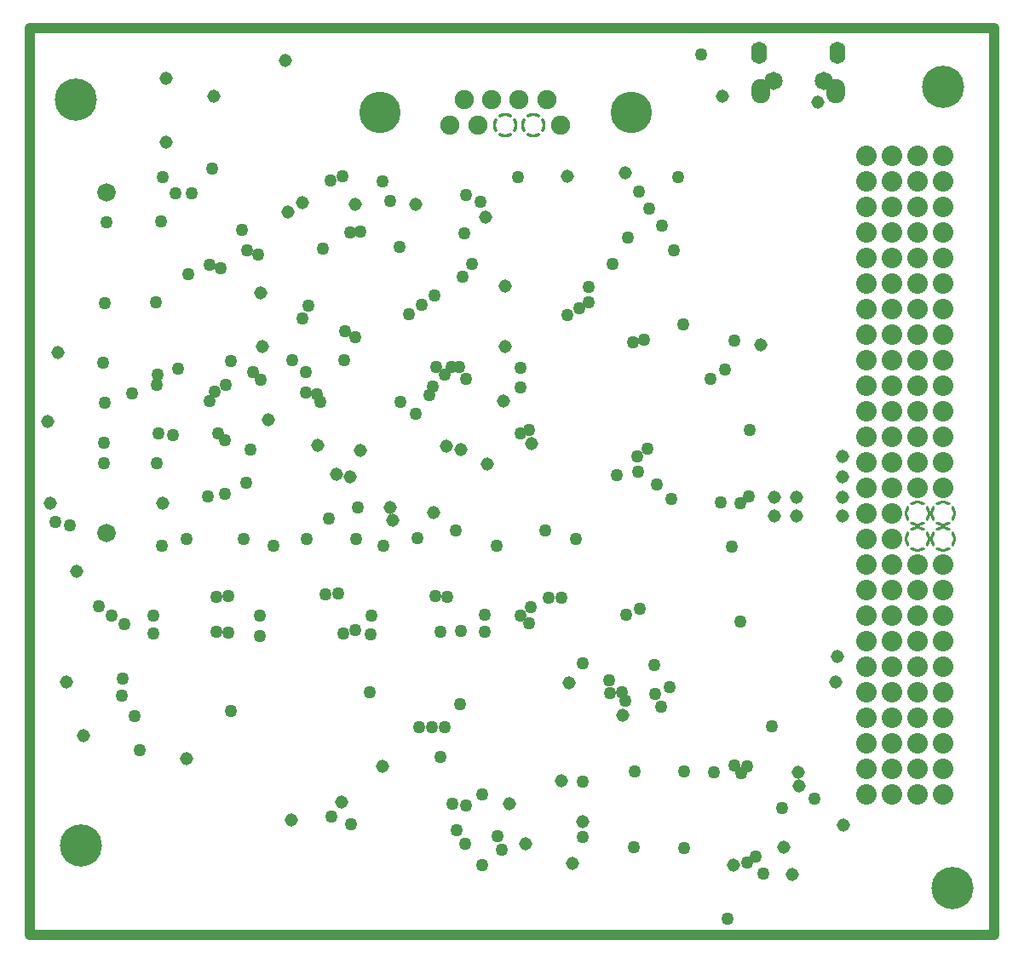
<source format=gbr>
%TF.GenerationSoftware,Altium Limited,Altium Designer,21.8.1 (53)*%
G04 Layer_Physical_Order=2*
G04 Layer_Color=32768*
%FSLAX45Y45*%
%MOMM*%
%TF.SameCoordinates,27AF3B28-2B88-43EB-8C06-45BE792F9E07*%
%TF.FilePolarity,Negative*%
%TF.FileFunction,Copper,L2,Inr,Plane*%
%TF.Part,Single*%
G01*
G75*
%TA.AperFunction,NonConductor*%
%ADD50C,1.01600*%
%TA.AperFunction,ComponentPad*%
%ADD51C,4.11600*%
%ADD52C,1.91600*%
G04:AMPARAMS|DCode=53|XSize=2.424mm|YSize=2.424mm|CornerRadius=0mm|HoleSize=0mm|Usage=FLASHONLY|Rotation=0.000|XOffset=0mm|YOffset=0mm|HoleType=Round|Shape=Relief|Width=0.254mm|Gap=0.254mm|Entries=4|*
%AMTHD53*
7,0,0,2.42400,1.91600,0.25400,45*
%
%ADD53THD53*%
%ADD54C,1.81600*%
%ADD55O,1.86600X2.41600*%
%ADD56O,1.56600X2.21600*%
%ADD57C,1.82900*%
%ADD58C,2.03600*%
G04:AMPARAMS|DCode=59|XSize=2.544mm|YSize=2.544mm|CornerRadius=0mm|HoleSize=0mm|Usage=FLASHONLY|Rotation=0.000|XOffset=0mm|YOffset=0mm|HoleType=Round|Shape=Relief|Width=0.254mm|Gap=0.254mm|Entries=4|*
%AMTHD59*
7,0,0,2.54400,2.03600,0.25400,45*
%
%ADD59THD59*%
%ADD60C,4.19600*%
%TA.AperFunction,ViaPad*%
%ADD61C,1.26600*%
%ADD62C,1.31600*%
%TA.AperFunction,TestPad*%
%ADD63C,1.26600*%
D50*
X9588500D01*
Y9017000D01*
X0D02*
X9588500D01*
X0Y0D02*
Y9017000D01*
D51*
X3479800Y8178800D02*
D03*
X5978800D02*
D03*
D52*
X4181300Y8051800D02*
D03*
X4318300Y8305800D02*
D03*
X4455300Y8051800D02*
D03*
X4592300Y8305800D02*
D03*
X4866300D02*
D03*
X5140300D02*
D03*
X5277300Y8051800D02*
D03*
D53*
X4729300D02*
D03*
X5003300D02*
D03*
D54*
X7391400Y8496300D02*
D03*
X7891400D02*
D03*
D55*
X7268900Y8391300D02*
D03*
X8013900D02*
D03*
D56*
X7253900Y8771300D02*
D03*
X8028900D02*
D03*
D57*
X762500Y4000300D02*
D03*
Y7385300D02*
D03*
D58*
X8572500Y2667000D02*
D03*
Y2921000D02*
D03*
Y3429000D02*
D03*
Y3175000D02*
D03*
Y3937000D02*
D03*
Y4191000D02*
D03*
Y4445000D02*
D03*
Y4953000D02*
D03*
Y4699000D02*
D03*
Y5461000D02*
D03*
Y5969000D02*
D03*
Y5207000D02*
D03*
Y5715000D02*
D03*
Y3683000D02*
D03*
Y2413000D02*
D03*
X8318500Y6477000D02*
D03*
Y5715000D02*
D03*
Y5969000D02*
D03*
Y6223000D02*
D03*
Y5461000D02*
D03*
Y4953000D02*
D03*
Y7747000D02*
D03*
Y7493000D02*
D03*
Y6985000D02*
D03*
Y6731000D02*
D03*
Y7239000D02*
D03*
Y5207000D02*
D03*
X8572500Y1397000D02*
D03*
Y2159000D02*
D03*
Y1651000D02*
D03*
X8318500Y1905000D02*
D03*
Y1651000D02*
D03*
X8572500Y1905000D02*
D03*
X8318500Y1397000D02*
D03*
Y2159000D02*
D03*
Y2667000D02*
D03*
Y2921000D02*
D03*
Y3175000D02*
D03*
Y3429000D02*
D03*
Y3683000D02*
D03*
Y3937000D02*
D03*
Y4445000D02*
D03*
Y4699000D02*
D03*
Y2413000D02*
D03*
Y4191000D02*
D03*
X8572500Y6731000D02*
D03*
Y6477000D02*
D03*
Y7239000D02*
D03*
Y6223000D02*
D03*
Y7747000D02*
D03*
Y6985000D02*
D03*
Y7493000D02*
D03*
X9080500Y2667000D02*
D03*
Y2921000D02*
D03*
Y3429000D02*
D03*
Y3175000D02*
D03*
Y4445000D02*
D03*
Y4953000D02*
D03*
Y4699000D02*
D03*
Y5461000D02*
D03*
Y5969000D02*
D03*
Y5207000D02*
D03*
Y5715000D02*
D03*
Y3683000D02*
D03*
Y2413000D02*
D03*
X8826500Y6477000D02*
D03*
Y5715000D02*
D03*
Y5969000D02*
D03*
Y6223000D02*
D03*
Y5461000D02*
D03*
Y4953000D02*
D03*
Y7747000D02*
D03*
Y7493000D02*
D03*
Y6985000D02*
D03*
Y6731000D02*
D03*
Y7239000D02*
D03*
Y5207000D02*
D03*
X9080500Y1397000D02*
D03*
Y2159000D02*
D03*
Y1651000D02*
D03*
X8826500Y1905000D02*
D03*
Y1651000D02*
D03*
X9080500Y1905000D02*
D03*
X8826500Y1397000D02*
D03*
Y2159000D02*
D03*
Y2667000D02*
D03*
Y2921000D02*
D03*
Y3175000D02*
D03*
Y3429000D02*
D03*
Y3683000D02*
D03*
Y4445000D02*
D03*
Y4699000D02*
D03*
Y2413000D02*
D03*
X9080500Y6731000D02*
D03*
Y6477000D02*
D03*
Y7239000D02*
D03*
Y6223000D02*
D03*
Y7747000D02*
D03*
Y6985000D02*
D03*
Y7493000D02*
D03*
D59*
Y3937000D02*
D03*
Y4191000D02*
D03*
X8826500Y3937000D02*
D03*
Y4191000D02*
D03*
D60*
X9169400Y469900D02*
D03*
X9080500Y8432800D02*
D03*
X457200Y8305800D02*
D03*
X508000Y889000D02*
D03*
D61*
X6012180Y1625600D02*
D03*
X6446520Y7538720D02*
D03*
X4853940D02*
D03*
X6672580Y8755380D02*
D03*
X4276233Y2292543D02*
D03*
X2994660Y7503160D02*
D03*
X3106420Y7546340D02*
D03*
X1094740Y1833880D02*
D03*
X2288540Y3177540D02*
D03*
X2774312Y6253480D02*
D03*
X5127860Y4020820D02*
D03*
X3680460Y6840220D02*
D03*
X1562500Y3939540D02*
D03*
X2153920Y4493260D02*
D03*
X1774775Y4358281D02*
D03*
X1318660Y3873500D02*
D03*
X1229360Y2994660D02*
D03*
X2915920Y6824980D02*
D03*
X6286500Y7051040D02*
D03*
X6162040Y7226300D02*
D03*
X6055360Y7388860D02*
D03*
X5948680Y6934200D02*
D03*
X6507480Y866140D02*
D03*
X6004560Y871220D02*
D03*
X6769100Y5527040D02*
D03*
X7373620Y2072640D02*
D03*
X2425700Y3868420D02*
D03*
X5923280Y2326640D02*
D03*
X4080678Y1766738D02*
D03*
X4201160Y1300480D02*
D03*
X6380480Y4333240D02*
D03*
X6230620Y4475480D02*
D03*
X6873240Y4302760D02*
D03*
X6045200Y4602480D02*
D03*
X6037580Y4757420D02*
D03*
X6141720Y4838700D02*
D03*
X5349240Y6162040D02*
D03*
X5461000Y6228080D02*
D03*
X5557520Y6294120D02*
D03*
X3769360Y6169660D02*
D03*
X3896360Y6263640D02*
D03*
X4023360Y6355080D02*
D03*
X4305300Y6548120D02*
D03*
X5560060Y6443980D02*
D03*
X2743200Y5595620D02*
D03*
X2611120Y5712460D02*
D03*
X2743200Y5392420D02*
D03*
X3124200Y5712460D02*
D03*
X4196080Y5649360D02*
D03*
X4038600D02*
D03*
X4272280Y5648960D02*
D03*
X2004060Y5704840D02*
D03*
X3685540Y5298440D02*
D03*
X4399280Y6672580D02*
D03*
X4881880Y4986020D02*
D03*
X4968240Y5024120D02*
D03*
X6108700Y5918200D02*
D03*
X5996940Y5895340D02*
D03*
X6405880Y6807200D02*
D03*
X3286760Y6990480D02*
D03*
X2004060Y2225040D02*
D03*
X3121660Y2997200D02*
D03*
X4641490Y3871870D02*
D03*
X3858260Y3942080D02*
D03*
X3517900Y3870960D02*
D03*
X2758440Y3939540D02*
D03*
X3243580D02*
D03*
X2131060D02*
D03*
X4239918Y4018190D02*
D03*
X5433060Y3939540D02*
D03*
X1041400Y2176780D02*
D03*
X6205220Y2687320D02*
D03*
X5933440Y3185160D02*
D03*
X6068553Y3246932D02*
D03*
X5887720Y2413000D02*
D03*
X5768340Y2402840D02*
D03*
X5763260Y2532380D02*
D03*
X6360160Y2463800D02*
D03*
X6220460Y2392680D02*
D03*
X6276340Y2270760D02*
D03*
X3997960Y2062480D02*
D03*
X4126757Y2067959D02*
D03*
X3874751Y2062264D02*
D03*
X2997200Y1178560D02*
D03*
X3197860Y1102360D02*
D03*
X3378200Y2415540D02*
D03*
X4500880Y1399540D02*
D03*
X4081780Y3017520D02*
D03*
X4521200Y3180080D02*
D03*
X4523740Y3014980D02*
D03*
X4284980Y3020060D02*
D03*
X4155440Y3365500D02*
D03*
X5156200Y3352800D02*
D03*
X5283200Y3350260D02*
D03*
X4338320Y1290320D02*
D03*
X3241040Y3030620D02*
D03*
X3395980Y3177540D02*
D03*
X3388360Y2989580D02*
D03*
X1973580Y3009900D02*
D03*
X2291080Y2971800D02*
D03*
X1856740Y3012440D02*
D03*
Y3365500D02*
D03*
X1973580Y3373120D02*
D03*
X2938780Y3388360D02*
D03*
X3065780Y3393440D02*
D03*
X4328160Y909320D02*
D03*
X4244340Y1038860D02*
D03*
X4500880Y698500D02*
D03*
X4033520Y3368040D02*
D03*
X4696460Y848360D02*
D03*
X4651842Y979002D02*
D03*
X1943100Y4384040D02*
D03*
X2196023Y4829617D02*
D03*
X812800Y3172460D02*
D03*
X941979Y3093720D02*
D03*
X693237Y3266623D02*
D03*
X4978400Y3263900D02*
D03*
X4876800Y3175000D02*
D03*
X4960620Y3096260D02*
D03*
X1229360Y3175000D02*
D03*
X5499100Y2700020D02*
D03*
X5793740Y6670040D02*
D03*
X916940Y2379980D02*
D03*
X3835400Y5179060D02*
D03*
X6804660Y1615440D02*
D03*
X6508297Y1622388D02*
D03*
X5501640Y1524000D02*
D03*
X7218680Y782320D02*
D03*
X7132320Y716280D02*
D03*
X6936740Y165100D02*
D03*
X1945640Y4922920D02*
D03*
X2886542Y5302418D02*
D03*
X1877060Y4986020D02*
D03*
X2854960Y5374640D02*
D03*
X3136900Y6004560D02*
D03*
X2712720Y6126480D02*
D03*
X256540Y4107180D02*
D03*
X403860Y4069080D02*
D03*
X3258820Y4251960D02*
D03*
X2975014Y4143233D02*
D03*
X5501640Y975360D02*
D03*
X4338320Y5529580D02*
D03*
X4129029Y5574399D02*
D03*
X3977640Y5369560D02*
D03*
X4008120Y5453380D02*
D03*
X7063740Y3114040D02*
D03*
X3507740Y7495540D02*
D03*
X3586480Y7297420D02*
D03*
X3241040Y5941460D02*
D03*
X5836920Y4572000D02*
D03*
X4882280Y5641340D02*
D03*
Y5445760D02*
D03*
X6979920Y3860800D02*
D03*
X927100Y2545080D02*
D03*
X1844040Y5402580D02*
D03*
X1478280Y5633720D02*
D03*
X1788160Y5308600D02*
D03*
X1282700Y4991100D02*
D03*
X1427480Y4968240D02*
D03*
X739079Y4892800D02*
D03*
X1267460Y5471160D02*
D03*
X1950720Y5473700D02*
D03*
X1016000Y5384800D02*
D03*
X2217420Y5595620D02*
D03*
X2296160Y5521560D02*
D03*
X1270000Y5567680D02*
D03*
X739079Y4692800D02*
D03*
X1612900Y7378700D02*
D03*
X7134860Y1678940D02*
D03*
X7289800Y612140D02*
D03*
X7002780Y1689100D02*
D03*
X4335780Y7355840D02*
D03*
X4483100Y7292340D02*
D03*
X4320540Y6979920D02*
D03*
X7804727Y1357041D02*
D03*
X7482840Y1264920D02*
D03*
X7068820Y1612900D02*
D03*
X7160260Y5019040D02*
D03*
X6908800Y5623560D02*
D03*
X1811020Y7622140D02*
D03*
X1325880Y7538720D02*
D03*
X1447800Y7378700D02*
D03*
X1897380Y6633140D02*
D03*
X2273300Y6761480D02*
D03*
X2159000Y6810140D02*
D03*
X2110740Y7012940D02*
D03*
X6493169Y6074675D02*
D03*
X7002780Y5908040D02*
D03*
X3188802Y6986438D02*
D03*
X762000Y7086600D02*
D03*
X1310640Y7091680D02*
D03*
X751840Y5290820D02*
D03*
X734284Y5687894D02*
D03*
X1262380Y4691380D02*
D03*
X746760Y6286500D02*
D03*
X1579880Y6573520D02*
D03*
X1256195Y6287778D02*
D03*
X1788160Y6664960D02*
D03*
D62*
X3606800Y4127500D02*
D03*
X6885940Y8343900D02*
D03*
X3505200Y1678940D02*
D03*
X7835900Y8280400D02*
D03*
X1558530Y1756170D02*
D03*
X5895340Y2186940D02*
D03*
X2311400Y5854700D02*
D03*
X4727660Y6454140D02*
D03*
X4986020Y4889500D02*
D03*
X4533900Y7133900D02*
D03*
X3103880Y1318260D02*
D03*
X5361940Y2504440D02*
D03*
X4927600Y908220D02*
D03*
X4770120Y1308100D02*
D03*
X4551786Y4678786D02*
D03*
X3048000Y4579620D02*
D03*
X7495540Y868680D02*
D03*
X7581900Y601980D02*
D03*
X7000200Y693420D02*
D03*
X5285740Y1536700D02*
D03*
X5397500Y708660D02*
D03*
X2369820Y5120640D02*
D03*
X1320800Y4292600D02*
D03*
X2865375Y4868925D02*
D03*
X368300Y2514600D02*
D03*
X3290564Y4814564D02*
D03*
X5499100Y1127760D02*
D03*
X4724400Y5854700D02*
D03*
X3239400Y7268700D02*
D03*
X2565400Y7188200D02*
D03*
X8013700Y2514600D02*
D03*
X8026400Y2768600D02*
D03*
X7640320Y1615440D02*
D03*
X7645400Y1485900D02*
D03*
X5346700Y7543800D02*
D03*
X5918200Y7581900D02*
D03*
X2293620Y6383020D02*
D03*
X2710614Y7282614D02*
D03*
X3835400Y7264400D02*
D03*
X3581400Y4254500D02*
D03*
X3187700Y4559300D02*
D03*
X4013200Y4203700D02*
D03*
X4140200Y4864100D02*
D03*
X4290850Y4826000D02*
D03*
X4711700Y5308600D02*
D03*
X279400Y5791200D02*
D03*
X8077200Y4559300D02*
D03*
Y4762500D02*
D03*
X7620000Y4165600D02*
D03*
Y4356100D02*
D03*
X8077200D02*
D03*
Y4165600D02*
D03*
X7404100D02*
D03*
Y4356100D02*
D03*
X1358900Y8521700D02*
D03*
X2540000Y8699500D02*
D03*
X469900Y3619500D02*
D03*
X533400Y1981200D02*
D03*
X7264400Y5867400D02*
D03*
X1828800Y8343900D02*
D03*
X1358900Y7886700D02*
D03*
X177800Y5105400D02*
D03*
X203200Y4292600D02*
D03*
X2603500Y1143000D02*
D03*
X8089900Y1092200D02*
D03*
D63*
X7062295Y4291889D02*
D03*
X7150100Y4363720D02*
D03*
%TF.MD5,787a5931892540d83ebc93d67b9eaf6e*%
M02*

</source>
